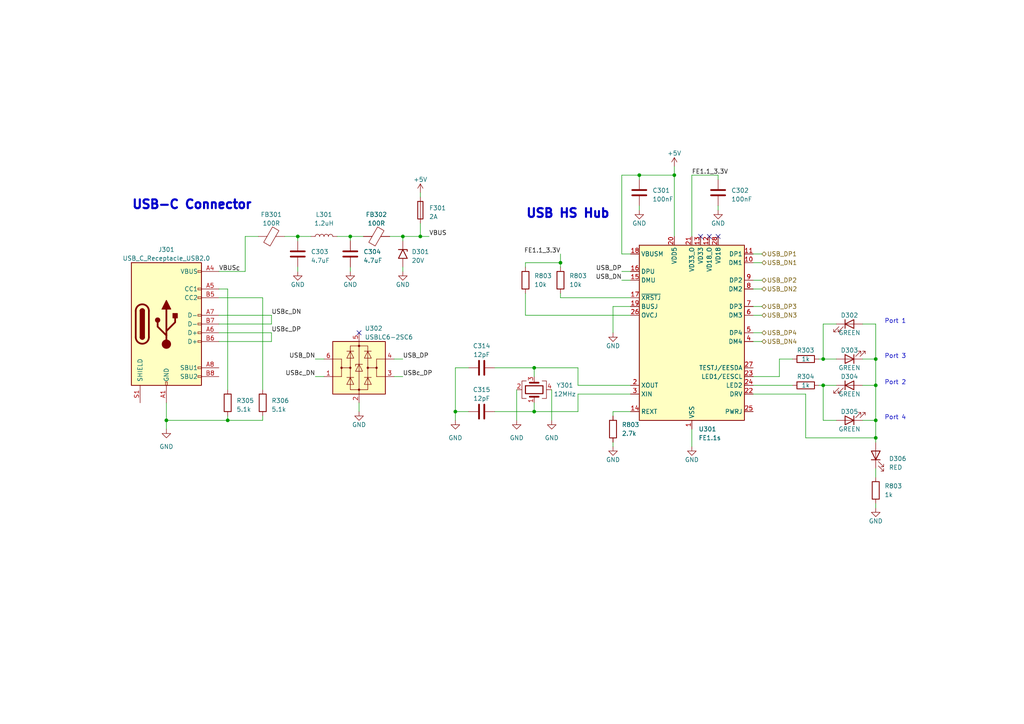
<source format=kicad_sch>
(kicad_sch (version 20230121) (generator eeschema)
  (paper "A4")
  (title_block (title "STM32 USB Audio Interface - USB") (date "2023-04-15") (rev "A"))
  (lib_symbols
    (symbol "Connector:USB_C_Receptacle_USB2.0" (pin_names (offset 1.016))
      (property "Reference" "J" (at -10.16 19.05 0))
      (property "Value" "USB_C_Receptacle_USB2.0" (at 19.05 19.05 0))
      (symbol "USB_C_Receptacle_USB2.0_0_0"
        (rectangle (start -0.254 -17.78) (end 0.254 -16.764))
        (rectangle (start 10.16 -14.986) (end 9.144 -15.494))
        (rectangle (start 10.16 -12.446) (end 9.144 -12.954))
        (rectangle (start 10.16 -4.826) (end 9.144 -5.334))
        (rectangle (start 10.16 -2.286) (end 9.144 -2.794))
        (rectangle (start 10.16 0.254) (end 9.144 -0.254))
        (rectangle (start 10.16 2.794) (end 9.144 2.286))
        (rectangle (start 10.16 7.874) (end 9.144 7.366))
        (rectangle (start 10.16 10.414) (end 9.144 9.906))
        (rectangle (start 10.16 15.494) (end 9.144 14.986))
      )
      (symbol "USB_C_Receptacle_USB2.0_0_1"
        (rectangle (start -10.16 17.78) (end 10.16 -17.78) (stroke (width 0.254)) (fill (type background)))
        (arc (start -8.89 -3.81) (mid -6.985 -5.7067) (end -5.08 -3.81) (stroke (width 0.508)))
        (arc (start -7.62 -3.81) (mid -6.985 -4.4423) (end -6.35 -3.81) (stroke (width 0.254)))
        (arc (start -7.62 -3.81) (mid -6.985 -4.4423) (end -6.35 -3.81) (stroke (width 0.254)) (fill (type outline)))
        (rectangle (start -7.62 -3.81) (end -6.35 3.81) (stroke (width 0.254)) (fill (type outline)))
        (arc (start -6.35 3.81) (mid -6.985 4.4423) (end -7.62 3.81) (stroke (width 0.254)))
        (arc (start -6.35 3.81) (mid -6.985 4.4423) (end -7.62 3.81) (stroke (width 0.254)) (fill (type outline)))
        (arc (start -5.08 3.81) (mid -6.985 5.7067) (end -8.89 3.81) (stroke (width 0.508)))
        (circle (center -2.54 1.143) (radius 0.635) (stroke (width 0.254)) (fill (type outline)))
        (circle (center 0 -5.842) (radius 1.27) (fill (type outline)))
        (polyline (pts (xy -8.89 -3.81) (xy -8.89 3.81)) (stroke (width 0.508)))
        (polyline (pts (xy -5.08 3.81) (xy -5.08 -3.81)) (stroke (width 0.508)))
        (polyline (pts (xy 0 -5.842) (xy 0 4.318)) (stroke (width 0.508)))
        (polyline (pts (xy 0 -3.302) (xy -2.54 -0.762) (xy -2.54 0.508)) (stroke (width 0.508)))
        (polyline (pts (xy 0 -2.032) (xy 2.54 0.508) (xy 2.54 1.778)) (stroke (width 0.508)))
        (polyline (pts (xy -1.27 4.318) (xy 0 6.858) (xy 1.27 4.318) (xy -1.27 4.318)) (stroke (width 0.254)) (fill (type outline)))
        (rectangle (start 1.905 1.778) (end 3.175 3.048) (stroke (width 0.254)) (fill (type outline)))
      )
      (symbol "USB_C_Receptacle_USB2.0_1_1"
        (pin passive line (at 0 -22.86 90) (length 5.08) (name "GND") (number "A1"))
        (pin passive line (at 0 -22.86 90) (length 5.08) hide (name "GND") (number "A12"))
        (pin passive line (at 15.24 15.24 180) (length 5.08) (name "VBUS") (number "A4"))
        (pin bidirectional line (at 15.24 10.16 180) (length 5.08) (name "CC1") (number "A5"))
        (pin bidirectional line (at 15.24 -2.54 180) (length 5.08) (name "D+") (number "A6"))
        (pin bidirectional line (at 15.24 2.54 180) (length 5.08) (name "D-") (number "A7"))
        (pin bidirectional line (at 15.24 -12.7 180) (length 5.08) (name "SBU1") (number "A8"))
        (pin passive line (at 15.24 15.24 180) (length 5.08) hide (name "VBUS") (number "A9"))
        (pin passive line (at 0 -22.86 90) (length 5.08) hide (name "GND") (number "B1"))
        (pin passive line (at 0 -22.86 90) (length 5.08) hide (name "GND") (number "B12"))
        (pin passive line (at 15.24 15.24 180) (length 5.08) hide (name "VBUS") (number "B4"))
        (pin bidirectional line (at 15.24 7.62 180) (length 5.08) (name "CC2") (number "B5"))
        (pin bidirectional line (at 15.24 -5.08 180) (length 5.08) (name "D+") (number "B6"))
        (pin bidirectional line (at 15.24 0 180) (length 5.08) (name "D-") (number "B7"))
        (pin bidirectional line (at 15.24 -15.24 180) (length 5.08) (name "SBU2") (number "B8"))
        (pin passive line (at 15.24 15.24 180) (length 5.08) hide (name "VBUS") (number "B9"))
        (pin passive line (at -7.62 -22.86 90) (length 5.08) (name "SHIELD") (number "S1"))
      )
    )
    (symbol "Device:C" (pin_numbers hide) (pin_names (offset 0.254))
      (property "Reference" "C" (at 0.635 2.54 0))
      (property "Value" "C" (at 0.635 -2.54 0))
      (symbol "C_0_1"
        (polyline (pts (xy -2.032 -0.762) (xy 2.032 -0.762)) (stroke (width 0.508)))
        (polyline (pts (xy -2.032 0.762) (xy 2.032 0.762)) (stroke (width 0.508)))
      )
      (symbol "C_1_1"
        (pin passive line (at 0 3.81 270) (length 2.794) (name "~") (number "1"))
        (pin passive line (at 0 -3.81 90) (length 2.794) (name "~") (number "2"))
      )
    )
    (symbol "Device:Crystal_GND24" (pin_names (offset 1.016) hide)
      (property "Reference" "Y" (at 3.175 5.08 0))
      (property "Value" "Crystal_GND24" (at 3.175 3.175 0))
      (symbol "Crystal_GND24_0_1"
        (rectangle (start -1.143 2.54) (end 1.143 -2.54) (stroke (width 0.3048)))
        (polyline (pts (xy -2.54 0) (xy -2.032 0)))
        (polyline (pts (xy -2.032 -1.27) (xy -2.032 1.27)) (stroke (width 0.508)))
        (polyline (pts (xy 0 -3.81) (xy 0 -3.556)))
        (polyline (pts (xy 0 3.556) (xy 0 3.81)))
        (polyline (pts (xy 2.032 -1.27) (xy 2.032 1.27)) (stroke (width 0.508)))
        (polyline (pts (xy 2.032 0) (xy 2.54 0)))
        (polyline (pts (xy -2.54 -2.286) (xy -2.54 -3.556) (xy 2.54 -3.556) (xy 2.54 -2.286)))
        (polyline (pts (xy -2.54 2.286) (xy -2.54 3.556) (xy 2.54 3.556) (xy 2.54 2.286)))
      )
      (symbol "Crystal_GND24_1_1"
        (pin passive line (at -3.81 0 0) (length 1.27) (name "1") (number "1"))
        (pin passive line (at 0 5.08 270) (length 1.27) (name "2") (number "2"))
        (pin passive line (at 3.81 0 180) (length 1.27) (name "3") (number "3"))
        (pin passive line (at 0 -5.08 90) (length 1.27) (name "4") (number "4"))
      )
    )
    (symbol "Device:FerriteBead" (pin_numbers hide) (pin_names (offset 0))
      (property "Reference" "FB" (at -3.81 0.635 90))
      (property "Value" "FerriteBead" (at 3.81 0 90))
      (symbol "FerriteBead_0_1"
        (polyline (pts (xy 0 -1.27) (xy 0 -1.2192)))
        (polyline (pts (xy 0 1.27) (xy 0 1.2954)))
        (polyline (pts (xy -2.7686 0.4064) (xy -1.7018 2.2606) (xy 2.7686 -0.3048) (xy 1.6764 -2.159) (xy -2.7686 0.4064)))
      )
      (symbol "FerriteBead_1_1"
        (pin passive line (at 0 3.81 270) (length 2.54) (name "~") (number "1"))
        (pin passive line (at 0 -3.81 90) (length 2.54) (name "~") (number "2"))
      )
    )
    (symbol "Device:Fuse" (pin_numbers hide) (pin_names (offset 0))
      (property "Reference" "F" (at 2.032 0 90))
      (property "Value" "Fuse" (at -1.905 0 90))
      (symbol "Fuse_0_1"
        (rectangle (start -0.762 -2.54) (end 0.762 2.54) (stroke (width 0.254)))
        (polyline (pts (xy 0 2.54) (xy 0 -2.54)))
      )
      (symbol "Fuse_1_1"
        (pin passive line (at 0 3.81 270) (length 1.27) (name "~") (number "1"))
        (pin passive line (at 0 -3.81 90) (length 1.27) (name "~") (number "2"))
      )
    )
    (symbol "Device:L" (pin_numbers hide) (pin_names (offset 1.016) hide)
      (property "Reference" "L" (at -1.27 0 90))
      (property "Value" "L" (at 1.905 0 90))
      (symbol "L_0_1"
        (arc (start 0 -2.54) (mid 0.6323 -1.905) (end 0 -1.27))
        (arc (start 0 -1.27) (mid 0.6323 -0.635) (end 0 0))
        (arc (start 0 0) (mid 0.6323 0.635) (end 0 1.27))
        (arc (start 0 1.27) (mid 0.6323 1.905) (end 0 2.54))
      )
      (symbol "L_1_1"
        (pin passive line (at 0 3.81 270) (length 1.27) (name "1") (number "1"))
        (pin passive line (at 0 -3.81 90) (length 1.27) (name "2") (number "2"))
      )
    )
    (symbol "Device:LED" (pin_numbers hide) (pin_names (offset 1.016) hide)
      (property "Reference" "D" (at 0 2.54 0))
      (property "Value" "LED" (at 0 -2.54 0))
      (symbol "LED_0_1"
        (polyline (pts (xy -1.27 -1.27) (xy -1.27 1.27)) (stroke (width 0.254)))
        (polyline (pts (xy -1.27 0) (xy 1.27 0)))
        (polyline (pts (xy 1.27 -1.27) (xy 1.27 1.27) (xy -1.27 0) (xy 1.27 -1.27)) (stroke (width 0.254)))
        (polyline (pts (xy -3.048 -0.762) (xy -4.572 -2.286) (xy -3.81 -2.286) (xy -4.572 -2.286) (xy -4.572 -1.524)))
        (polyline (pts (xy -1.778 -0.762) (xy -3.302 -2.286) (xy -2.54 -2.286) (xy -3.302 -2.286) (xy -3.302 -1.524)))
      )
      (symbol "LED_1_1"
        (pin passive line (at -3.81 0 0) (length 2.54) (name "K") (number "1"))
        (pin passive line (at 3.81 0 180) (length 2.54) (name "A") (number "2"))
      )
    )
    (symbol "Device:R" (pin_numbers hide) (pin_names (offset 0))
      (property "Reference" "R" (at 2.032 0 90))
      (property "Value" "R" (at 0 0 90))
      (symbol "R_0_1"
        (rectangle (start -1.016 -2.54) (end 1.016 2.54) (stroke (width 0.254)))
      )
      (symbol "R_1_1"
        (pin passive line (at 0 3.81 270) (length 1.27) (name "~") (number "1"))
        (pin passive line (at 0 -3.81 90) (length 1.27) (name "~") (number "2"))
      )
    )
    (symbol "Diode:SM6T22A" (pin_numbers hide) (pin_names (offset 1.016) hide)
      (property "Reference" "D" (at 0 2.54 0))
      (property "Value" "SM6T22A" (at 0 -2.54 0))
      (symbol "SM6T22A_0_1"
        (polyline (pts (xy -0.762 1.27) (xy -1.27 1.27) (xy -1.27 -1.27)) (stroke (width 0.254)))
        (polyline (pts (xy 1.27 1.27) (xy 1.27 -1.27) (xy -1.27 0) (xy 1.27 1.27)) (stroke (width 0.254)))
      )
      (symbol "SM6T22A_1_1"
        (pin passive line (at -3.81 0 0) (length 2.54) (name "A1") (number "1"))
        (pin passive line (at 3.81 0 180) (length 2.54) (name "A2") (number "2"))
      )
    )
    (symbol "GND_2" (power) (pin_names (offset 0))
      (property "Value" "GND_2" (at 0 -3.81 0))
      (symbol "GND_2_0_1"
        (polyline (pts (xy 0 0) (xy 0 -1.27) (xy 1.27 -1.27) (xy 0 -2.54) (xy -1.27 -1.27) (xy 0 -1.27)))
      )
      (symbol "GND_2_1_1"
        (pin power_in line (at 0 0 270) (length 0) hide (name "GND") (number "1"))
      )
    )
    (symbol "Interface_USB:FE1.1s"
      (property "Reference" "U" (at -11.43 26.67 0))
      (property "Value" "FE1.1s" (at 12.7 27.94 0))
      (symbol "FE1.1s_0_1"
        (rectangle (start -15.24 25.4) (end 15.24 -25.4) (stroke (width 0.254)) (fill (type background)))
      )
      (symbol "FE1.1s_1_1"
        (pin power_in line (at 0 -27.94 90) (length 2.54) (name "VSS") (number "1"))
        (pin bidirectional line (at 17.78 20.32 180) (length 2.54) (name "DM1") (number "10"))
        (pin bidirectional line (at 17.78 22.86 180) (length 2.54) (name "DP1") (number "11"))
        (pin power_out line (at 5.08 27.94 270) (length 2.54) (name "VD18_O") (number "12"))
        (pin power_in line (at 2.54 27.94 270) (length 2.54) (name "VD33") (number "13"))
        (pin passive line (at -17.78 -22.86 0) (length 2.54) (name "REXT") (number "14"))
        (pin bidirectional line (at -17.78 15.24 0) (length 2.54) (name "DMU") (number "15"))
        (pin bidirectional line (at -17.78 17.78 0) (length 2.54) (name "DPU") (number "16"))
        (pin input line (at -17.78 10.16 0) (length 2.54) (name "~{XRSTJ}") (number "17"))
        (pin input line (at -17.78 22.86 0) (length 2.54) (name "VBUSM") (number "18"))
        (pin input line (at -17.78 7.62 0) (length 2.54) (name "BUSJ") (number "19"))
        (pin output line (at -17.78 -15.24 0) (length 2.54) (name "XOUT") (number "2"))
        (pin power_in line (at -5.08 27.94 270) (length 2.54) (name "VDD5") (number "20"))
        (pin power_out line (at 0 27.94 270) (length 2.54) (name "VD33_O") (number "21"))
        (pin bidirectional line (at 17.78 -17.78 180) (length 2.54) (name "DRV") (number "22"))
        (pin bidirectional line (at 17.78 -12.7 180) (length 2.54) (name "LED1/EESCL") (number "23"))
        (pin bidirectional line (at 17.78 -15.24 180) (length 2.54) (name "LED2") (number "24"))
        (pin output line (at 17.78 -22.86 180) (length 2.54) (name "PWRJ") (number "25"))
        (pin input line (at -17.78 5.08 0) (length 2.54) (name "OVCJ") (number "26"))
        (pin bidirectional line (at 17.78 -10.16 180) (length 2.54) (name "TESTJ/EESDA") (number "27"))
        (pin power_in line (at 7.62 27.94 270) (length 2.54) (name "VD18") (number "28"))
        (pin input line (at -17.78 -17.78 0) (length 2.54) (name "XIN") (number "3"))
        (pin bidirectional line (at 17.78 -2.54 180) (length 2.54) (name "DM4") (number "4"))
        (pin bidirectional line (at 17.78 0 180) (length 2.54) (name "DP4") (number "5"))
        (pin bidirectional line (at 17.78 5.08 180) (length 2.54) (name "DM3") (number "6"))
        (pin bidirectional line (at 17.78 7.62 180) (length 2.54) (name "DP3") (number "7"))
        (pin bidirectional line (at 17.78 12.7 180) (length 2.54) (name "DM2") (number "8"))
        (pin bidirectional line (at 17.78 15.24 180) (length 2.54) (name "DP2") (number "9"))
      )
    )
    (symbol "Power_Protection:USBLC6-2SC6" (pin_names hide)
      (property "Reference" "U" (at 2.54 8.89 0))
      (property "Value" "USBLC6-2SC6" (at 2.54 -8.89 0))
      (symbol "USBLC6-2SC6_0_1"
        (rectangle (start -7.62 -7.62) (end 7.62 7.62) (stroke (width 0.254)) (fill (type background)))
        (circle (center -5.08 0) (radius 0.254) (fill (type outline)))
        (circle (center -2.54 0) (radius 0.254) (fill (type outline)))
        (rectangle (start -2.54 6.35) (end 2.54 -6.35))
        (circle (center 0 -6.35) (radius 0.254) (fill (type outline)))
        (polyline (pts (xy -5.08 -2.54) (xy -7.62 -2.54)))
        (polyline (pts (xy -5.08 0) (xy -5.08 -2.54)))
        (polyline (pts (xy -5.08 2.54) (xy -7.62 2.54)))
        (polyline (pts (xy -1.524 -2.794) (xy -3.556 -2.794)))
        (polyline (pts (xy -1.524 4.826) (xy -3.556 4.826)))
        (polyline (pts (xy 0 -7.62) (xy 0 -6.35)))
        (polyline (pts (xy 0 -6.35) (xy 0 1.27)))
        (polyline (pts (xy 0 1.27) (xy 0 6.35)))
        (polyline (pts (xy 0 6.35) (xy 0 7.62)))
        (polyline (pts (xy 1.524 -2.794) (xy 3.556 -2.794)))
        (polyline (pts (xy 1.524 4.826) (xy 3.556 4.826)))
        (polyline (pts (xy 5.08 -2.54) (xy 7.62 -2.54)))
        (polyline (pts (xy 5.08 0) (xy 5.08 -2.54)))
        (polyline (pts (xy 5.08 2.54) (xy 7.62 2.54)))
        (polyline (pts (xy -2.54 0) (xy -5.08 0) (xy -5.08 2.54)))
        (polyline (pts (xy 2.54 0) (xy 5.08 0) (xy 5.08 2.54)))
        (polyline (pts (xy -3.556 -4.826) (xy -1.524 -4.826) (xy -2.54 -2.794) (xy -3.556 -4.826)))
        (polyline (pts (xy -3.556 2.794) (xy -1.524 2.794) (xy -2.54 4.826) (xy -3.556 2.794)))
        (polyline (pts (xy -1.016 -1.016) (xy 1.016 -1.016) (xy 0 1.016) (xy -1.016 -1.016)))
        (polyline (pts (xy 1.016 1.016) (xy 0.762 1.016) (xy -1.016 1.016) (xy -1.016 0.508)))
        (polyline (pts (xy 3.556 -4.826) (xy 1.524 -4.826) (xy 2.54 -2.794) (xy 3.556 -4.826)))
        (polyline (pts (xy 3.556 2.794) (xy 1.524 2.794) (xy 2.54 4.826) (xy 3.556 2.794)))
        (circle (center 0 6.35) (radius 0.254) (fill (type outline)))
        (circle (center 2.54 0) (radius 0.254) (fill (type outline)))
        (circle (center 5.08 0) (radius 0.254) (fill (type outline)))
      )
      (symbol "USBLC6-2SC6_1_1"
        (pin passive line (at -10.16 -2.54 0) (length 2.54) (name "I/O1") (number "1"))
        (pin passive line (at 0 -10.16 90) (length 2.54) (name "GND") (number "2"))
        (pin passive line (at 10.16 -2.54 180) (length 2.54) (name "I/O2") (number "3"))
        (pin passive line (at 10.16 2.54 180) (length 2.54) (name "I/O2") (number "4"))
        (pin passive line (at 0 10.16 270) (length 2.54) (name "VBUS") (number "5"))
        (pin passive line (at -10.16 2.54 0) (length 2.54) (name "I/O1") (number "6"))
      )
    )
    (symbol "power:+5V" (power) (pin_names (offset 0))
      (property "Value" "+5V" (at 0 3.556 0))
      (symbol "+5V_0_1"
        (polyline (pts (xy -0.762 1.27) (xy 0 2.54)))
        (polyline (pts (xy 0 0) (xy 0 2.54)))
        (polyline (pts (xy 0 2.54) (xy 0.762 1.27)))
      )
      (symbol "+5V_1_1"
        (pin power_in line (at 0 0 90) (length 0) hide (name "+5V") (number "1"))
      )
    )
    (symbol "power:GND" (power) (pin_names (offset 0))
      (property "Value" "GND" (at 0 -3.81 0))
      (symbol "GND_0_1"
        (polyline (pts (xy 0 0) (xy 0 -1.27) (xy 1.27 -1.27) (xy 0 -2.54) (xy -1.27 -1.27) (xy 0 -1.27)))
      )
      (symbol "GND_1_1"
        (pin power_in line (at 0 0 270) (length 0) hide (name "GND") (number "1"))
      )
    )
  )
  (junction (at 185.42 50.8))
  (junction (at 195.58 50.8))
  (junction (at 66.04 121.92))
  (junction (at 162.56 76.2))
  (junction (at 254 127))
  (junction (at 86.36 68.58))
  (junction (at 254 111.76))
  (junction (at 238.76 111.76))
  (junction (at 254 104.14))
  (junction (at 154.94 119.38))
  (junction (at 116.84 68.58))
  (junction (at 254 121.92))
  (junction (at 154.94 106.68))
  (junction (at 238.76 104.14))
  (junction (at 121.92 68.58))
  (junction (at 101.6 68.58))
  (junction (at 48.26 121.92))
  (junction (at 132.08 119.38))
  (no_connect (at 203.2 68.58))
  (no_connect (at 205.74 68.58))
  (no_connect (at 208.28 68.58))
  (no_connect (at 104.14 96.52))
  (wire (pts (xy 185.42 50.8) (xy 180.34 50.8)))
  (wire (pts (xy 195.58 50.8) (xy 195.58 68.58)))
  (wire (pts (xy 177.8 119.38) (xy 182.88 119.38)))
  (wire (pts (xy 182.88 114.3) (xy 167.64 114.3)))
  (wire (pts (xy 167.64 114.3) (xy 167.64 119.38)))
  (wire (pts (xy 86.36 68.58) (xy 90.17 68.58)))
  (wire (pts (xy 254 111.76) (xy 254 121.92)))
  (wire (pts (xy 226.06 104.14) (xy 229.87 104.14)))
  (wire (pts (xy 104.14 116.84) (xy 104.14 119.38)))
  (wire (pts (xy 82.55 68.58) (xy 86.36 68.58)))
  (wire (pts (xy 116.84 77.47) (xy 116.84 78.74)))
  (wire (pts (xy 101.6 68.58) (xy 105.41 68.58)))
  (wire (pts (xy 154.94 106.68) (xy 167.64 106.68)))
  (wire (pts (xy 121.92 68.58) (xy 124.46 68.58)))
  (wire (pts (xy 254 121.92) (xy 254 127)))
  (wire (pts (xy 154.94 116.84) (xy 154.94 119.38)))
  (wire (pts (xy 238.76 93.98) (xy 238.76 104.14)))
  (wire (pts (xy 177.8 128.27) (xy 177.8 129.54)))
  (wire (pts (xy 185.42 50.8) (xy 195.58 50.8)))
  (wire (pts (xy 143.51 119.38) (xy 154.94 119.38)))
  (wire (pts (xy 101.6 69.85) (xy 101.6 68.58)))
  (wire (pts (xy 208.28 59.69) (xy 208.28 60.96)))
  (wire (pts (xy 76.2 86.36) (xy 76.2 113.03)))
  (wire (pts (xy 48.26 116.84) (xy 48.26 121.92)))
  (wire (pts (xy 63.5 86.36) (xy 76.2 86.36)))
  (wire (pts (xy 200.66 124.46) (xy 200.66 129.54)))
  (wire (pts (xy 149.86 121.92) (xy 149.86 113.03)))
  (wire (pts (xy 195.58 48.26) (xy 195.58 50.8)))
  (wire (pts (xy 226.06 109.22) (xy 226.06 104.14)))
  (wire (pts (xy 242.57 111.76) (xy 238.76 111.76)))
  (wire (pts (xy 71.12 68.58) (xy 74.93 68.58)))
  (wire (pts (xy 254 127) (xy 233.68 127)))
  (wire (pts (xy 254 138.43) (xy 254 135.89)))
  (wire (pts (xy 162.56 76.2) (xy 162.56 77.47)))
  (wire (pts (xy 86.36 77.47) (xy 86.36 78.74)))
  (wire (pts (xy 220.98 96.52) (xy 218.44 96.52)))
  (wire (pts (xy 220.98 83.82) (xy 218.44 83.82)))
  (wire (pts (xy 237.49 111.76) (xy 238.76 111.76)))
  (wire (pts (xy 200.66 50.8) (xy 208.28 50.8)))
  (wire (pts (xy 152.4 76.2) (xy 152.4 77.47)))
  (wire (pts (xy 185.42 50.8) (xy 185.42 52.07)))
  (wire (pts (xy 218.44 111.76) (xy 229.87 111.76)))
  (wire (pts (xy 167.64 106.68) (xy 167.64 111.76)))
  (wire (pts (xy 162.56 73.66) (xy 162.56 76.2)))
  (wire (pts (xy 233.68 127) (xy 233.68 114.3)))
  (wire (pts (xy 48.26 121.92) (xy 48.26 124.46)))
  (wire (pts (xy 237.49 104.14) (xy 238.76 104.14)))
  (wire (pts (xy 66.04 113.03) (xy 66.04 83.82)))
  (wire (pts (xy 132.08 119.38) (xy 135.89 119.38)))
  (wire (pts (xy 132.08 121.92) (xy 132.08 119.38)))
  (wire (pts (xy 91.44 104.14) (xy 93.98 104.14)))
  (wire (pts (xy 121.92 55.88) (xy 121.92 57.15)))
  (wire (pts (xy 114.3 104.14) (xy 116.84 104.14)))
  (wire (pts (xy 254 121.92) (xy 250.19 121.92)))
  (wire (pts (xy 48.26 121.92) (xy 66.04 121.92)))
  (wire (pts (xy 220.98 91.44) (xy 218.44 91.44)))
  (wire (pts (xy 66.04 83.82) (xy 63.5 83.82)))
  (wire (pts (xy 220.98 88.9) (xy 218.44 88.9)))
  (wire (pts (xy 242.57 93.98) (xy 238.76 93.98)))
  (wire (pts (xy 116.84 68.58) (xy 113.03 68.58)))
  (wire (pts (xy 78.74 96.52) (xy 78.74 99.06)))
  (wire (pts (xy 63.5 99.06) (xy 78.74 99.06)))
  (wire (pts (xy 116.84 68.58) (xy 121.92 68.58)))
  (wire (pts (xy 254 93.98) (xy 254 104.14)))
  (wire (pts (xy 208.28 50.8) (xy 208.28 52.07)))
  (wire (pts (xy 76.2 120.65) (xy 76.2 121.92)))
  (wire (pts (xy 250.19 93.98) (xy 254 93.98)))
  (wire (pts (xy 154.94 119.38) (xy 167.64 119.38)))
  (wire (pts (xy 121.92 64.77) (xy 121.92 68.58)))
  (wire (pts (xy 185.42 59.69) (xy 185.42 60.96)))
  (wire (pts (xy 101.6 68.58) (xy 97.79 68.58)))
  (wire (pts (xy 220.98 73.66) (xy 218.44 73.66)))
  (wire (pts (xy 63.5 78.74) (xy 71.12 78.74)))
  (wire (pts (xy 182.88 86.36) (xy 162.56 86.36)))
  (wire (pts (xy 180.34 50.8) (xy 180.34 73.66)))
  (wire (pts (xy 254 104.14) (xy 254 111.76)))
  (wire (pts (xy 218.44 109.22) (xy 226.06 109.22)))
  (wire (pts (xy 180.34 73.66) (xy 182.88 73.66)))
  (wire (pts (xy 116.84 69.85) (xy 116.84 68.58)))
  (wire (pts (xy 238.76 104.14) (xy 242.57 104.14)))
  (wire (pts (xy 254 104.14) (xy 250.19 104.14)))
  (wire (pts (xy 238.76 111.76) (xy 238.76 121.92)))
  (wire (pts (xy 78.74 91.44) (xy 78.74 93.98)))
  (wire (pts (xy 254 147.32) (xy 254 146.05)))
  (wire (pts (xy 154.94 109.22) (xy 154.94 106.68)))
  (wire (pts (xy 162.56 86.36) (xy 162.56 85.09)))
  (wire (pts (xy 220.98 99.06) (xy 218.44 99.06)))
  (wire (pts (xy 180.34 81.28) (xy 182.88 81.28)))
  (wire (pts (xy 220.98 76.2) (xy 218.44 76.2)))
  (wire (pts (xy 218.44 114.3) (xy 233.68 114.3)))
  (wire (pts (xy 101.6 77.47) (xy 101.6 78.74)))
  (wire (pts (xy 86.36 68.58) (xy 86.36 69.85)))
  (wire (pts (xy 143.51 106.68) (xy 154.94 106.68)))
  (wire (pts (xy 160.02 113.03) (xy 160.02 121.92)))
  (wire (pts (xy 71.12 78.74) (xy 71.12 68.58)))
  (wire (pts (xy 91.44 109.22) (xy 93.98 109.22)))
  (wire (pts (xy 162.56 76.2) (xy 152.4 76.2)))
  (wire (pts (xy 66.04 120.65) (xy 66.04 121.92)))
  (wire (pts (xy 167.64 111.76) (xy 182.88 111.76)))
  (wire (pts (xy 63.5 91.44) (xy 78.74 91.44)))
  (wire (pts (xy 132.08 119.38) (xy 132.08 106.68)))
  (wire (pts (xy 114.3 109.22) (xy 116.84 109.22)))
  (wire (pts (xy 78.74 96.52) (xy 63.5 96.52)))
  (wire (pts (xy 182.88 91.44) (xy 152.4 91.44)))
  (wire (pts (xy 200.66 68.58) (xy 200.66 50.8)))
  (wire (pts (xy 220.98 81.28) (xy 218.44 81.28)))
  (wire (pts (xy 66.04 121.92) (xy 76.2 121.92)))
  (wire (pts (xy 132.08 106.68) (xy 135.89 106.68)))
  (wire (pts (xy 177.8 119.38) (xy 177.8 120.65)))
  (wire (pts (xy 254 127) (xy 254 128.27)))
  (wire (pts (xy 182.88 88.9) (xy 177.8 88.9)))
  (wire (pts (xy 238.76 121.92) (xy 242.57 121.92)))
  (wire (pts (xy 180.34 78.74) (xy 182.88 78.74)))
  (wire (pts (xy 177.8 88.9) (xy 177.8 96.52)))
  (wire (pts (xy 63.5 93.98) (xy 78.74 93.98)))
  (wire (pts (xy 250.19 111.76) (xy 254 111.76)))
  (wire (pts (xy 152.4 91.44) (xy 152.4 85.09)))
  (text "Port 3" (at 256.54 104.14 0) (effects (font (size 1.27 1.27)) (justify left bottom)))
  (text "USB-C Connector" (at 38.1 60.96 0) (effects (font (size 2.54 2.54) (thickness 0.6) bold) (justify left bottom)))
  (text "USB HS Hub" (at 152.4 63.5 0) (effects (font (size 2.54 2.54) (thickness 0.6) bold) (justify left bottom)))
  (text "Port 2" (at 256.54 111.76 0) (effects (font (size 1.27 1.27)) (justify left bottom)))
  (text "Port 1" (at 256.54 93.98 0) (effects (font (size 1.27 1.27)) (justify left bottom)))
  (text "Port 4" (at 256.54 121.92 0) (effects (font (size 1.27 1.27)) (justify left bottom)))
  (label "USB_DP" (at 116.84 104.14 0))
  (label "FE1.1_3.3V" (at 200.66 50.8 0))
  (label "FE1.1_3.3V" (at 162.56 73.66 180))
  (label "USBc_DN" (at 78.74 91.44 0))
  (label "USBc_DP" (at 116.84 109.22 0))
  (label "USBc_DN" (at 91.44 109.22 180))
  (label "VBUS" (at 124.46 68.58 0))
  (label "VBUS_{C}" (at 63.5 78.74 0))
  (label "USBc_DP" (at 78.74 96.52 0))
  (label "USB_DP" (at 180.34 78.74 180))
  (label "USB_DN" (at 91.44 104.14 180))
  (label "USB_DN" (at 180.34 81.28 180))
  (hierarchical_label "USB_DP1" (shape bidirectional) (at 220.98 73.66 0))
  (hierarchical_label "USB_DN4" (shape bidirectional) (at 220.98 99.06 0))
  (hierarchical_label "USB_DP4" (shape bidirectional) (at 220.98 96.52 0))
  (hierarchical_label "USB_DP2" (shape bidirectional) (at 220.98 81.28 0))
  (hierarchical_label "USB_DN2" (shape bidirectional) (at 220.98 83.82 0))
  (hierarchical_label "USB_DN3" (shape bidirectional) (at 220.98 91.44 0))
  (hierarchical_label "USB_DP3" (shape bidirectional) (at 220.98 88.9 0))
  (hierarchical_label "USB_DN1" (shape bidirectional) (at 220.98 76.2 0))
  (symbol (lib_id "power:GND") (at 116.84 78.74 0) (unit 1)
    (property "Reference" "#PWR0307" (effects hide))
    (property "Value" "GND" (at 116.84 82.55 0))
  )
  (symbol (lib_id "Device:R") (at 76.2 116.84 0) (unit 1)
    (property "Reference" "R306" (at 78.74 116.205 0) (effects (justify left)))
    (property "Value" "5.1k" (at 78.74 118.745 0) (effects (justify left)))
    (property "Footprint" "Resistor_SMD:R_0402_1005Metric" (effects hide))
  )
  (symbol (lib_id "Device:LED") (at 246.38 104.14 180) (unit 1)
    (property "Reference" "D303" (at 246.38 101.6 0))
    (property "Value" "GREEN" (at 246.38 106.68 0))
    (property "Footprint" "LED_SMD:LED_0603_1608Metric" (effects hide))
  )
  (symbol (lib_id "power:GND") (at 208.28 60.96 0) (unit 1)
    (property "Reference" "#PWR0304" (effects hide))
    (property "Value" "GND" (at 208.28 64.77 0))
  )
  (symbol (lib_id "Device:FerriteBead") (at 109.22 68.58 90) (unit 1)
    (property "Reference" "FB302" (at 109.1692 62.23 90))
    (property "Value" "100R" (at 109.1692 64.77 90))
    (property "Footprint" "Inductor_SMD:L_0805_2012Metric" (effects hide))
  )
  (symbol (lib_id "Diode:SM6T22A") (at 116.84 73.66 270) (unit 1)
    (property "Reference" "D301" (at 119.38 73.025 90) (effects (justify left)))
    (property "Value" "20V" (at 119.38 75.565 90) (effects (justify left)))
    (property "Footprint" "Diode_SMD:D_SOD-123F" (effects hide))
  )
  (symbol (lib_id "power:GND") (at 160.02 121.92 0) (unit 1)
    (property "Reference" "#PWR0318" (effects hide))
    (property "Value" "GND" (at 160.02 127 0))
    (instances (project "Quad_RAK3172_Board" (path "" (reference "#PWR0318") (unit 1))) (project "STM32-USB-Audio-Board" (path "" (reference "#PWR0218") (unit 1)) (path "" (reference "#PWR0312") (unit 1))))
  )
  (symbol (lib_id "power:GND") (at 185.42 60.96 0) (unit 1)
    (property "Reference" "#PWR0303" (effects hide))
    (property "Value" "GND" (at 185.42 64.77 0))
  )
  (symbol (lib_id "power:GND") (at 104.14 119.38 0) (unit 1)
    (property "Reference" "#PWR0309" (effects hide))
    (property "Value" "GND" (at 104.14 123.19 0))
  )
  (symbol (lib_id "Device:C") (at 185.42 55.88 0) (unit 1)
    (property "Reference" "C301" (at 189.23 55.245 0) (effects (justify left)))
    (property "Value" "100nF" (at 189.23 57.785 0) (effects (justify left)))
    (property "Footprint" "Capacitor_SMD:C_0402_1005Metric" (effects hide))
  )
  (symbol (lib_id "Interface_USB:FE1.1s") (at 200.66 96.52 0) (unit 1)
    (property "Reference" "U301" (at 202.6159 124.46 0) (effects (justify left)))
    (property "Value" "FE1.1s" (at 202.6159 127 0) (effects (justify left)))
    (property "Footprint" "Package_SO:SSOP-28_3.9x9.9mm_P0.635mm" (effects hide))
    (property "Datasheet" "https://cdn-shop.adafruit.com/product-files/2991/FE1.1s+Data+Sheet+(Rev.+1.0).pdf" (effects hide))
  )
  (symbol (lib_id "power:GND") (at 86.36 78.74 0) (unit 1)
    (property "Reference" "#PWR0305" (effects hide))
    (property "Value" "GND" (at 86.36 82.55 0))
  )
  (symbol (lib_id "Device:C") (at 86.36 73.66 0) (unit 1)
    (property "Reference" "C303" (at 90.17 73.025 0) (effects (justify left)))
    (property "Value" "4.7uF" (at 90.17 75.565 0) (effects (justify left)))
    (property "Footprint" "Capacitor_SMD:C_0603_1608Metric" (effects hide))
  )
  (symbol (lib_id "Device:R") (at 233.68 104.14 90) (unit 1)
    (property "Reference" "R303" (at 233.68 101.6 90))
    (property "Value" "1k" (at 233.68 104.14 90))
    (property "Footprint" "Resistor_SMD:R_0402_1005Metric" (effects hide))
  )
  (symbol (lib_id "Device:R") (at 66.04 116.84 0) (unit 1)
    (property "Reference" "R305" (at 68.58 116.205 0) (effects (justify left)))
    (property "Value" "5.1k" (at 68.58 118.745 0) (effects (justify left)))
    (property "Footprint" "Resistor_SMD:R_0402_1005Metric" (effects hide))
  )
  (symbol (lib_id "Device:R") (at 152.4 81.28 0) (unit 1)
    (property "Reference" "R803" (at 154.94 80.01 0) (effects (justify left)))
    (property "Value" "10k" (at 154.94 82.55 0) (effects (justify left)))
    (property "Footprint" "Resistor_SMD:R_0402_1005Metric" (effects hide))
    (instances (project "Quad_RAK3172_Board" (path "" (reference "R803") (unit 1)) (path "" (reference "R205") (unit 1))) (project "pico-swd-programmer" (path "" (reference "R306") (unit 1))) (project "STM32-USB-Audio-Board" (path "" (reference "R301") (unit 1))) (project "RAK3172-M.2-2230-Mod" (path "" (reference "R404") (unit 1))))
  )
  (symbol (lib_id "Device:R") (at 177.8 124.46 0) (unit 1)
    (property "Reference" "R803" (at 180.34 123.19 0) (effects (justify left)))
    (property "Value" "2.7k" (at 180.34 125.73 0) (effects (justify left)))
    (property "Footprint" "Resistor_SMD:R_0402_1005Metric" (effects hide))
    (instances (project "Quad_RAK3172_Board" (path "" (reference "R803") (unit 1)) (path "" (reference "R205") (unit 1))) (project "pico-swd-programmer" (path "" (reference "R306") (unit 1))) (project "STM32-USB-Audio-Board" (path "" (reference "R307") (unit 1))) (project "RAK3172-M.2-2230-Mod" (path "" (reference "R404") (unit 1))))
  )
  (symbol (lib_id "power:+5V") (at 121.92 55.88 0) (unit 1)
    (property "Reference" "#PWR0302" (effects hide))
    (property "Value" "+5V" (at 121.92 52.07 0))
  )
  (symbol (lib_id "Device:L") (at 93.98 68.58 90) (unit 1)
    (property "Reference" "L301" (at 93.98 62.23 90))
    (property "Value" "1.2uH" (at 93.98 64.77 90))
    (property "Footprint" "Inductor_SMD:L_0805_2012Metric" (effects hide))
  )
  (symbol (lib_id "Device:C") (at 139.7 106.68 90) (unit 1)
    (property "Reference" "C314" (at 139.7 100.33 90))
    (property "Value" "12pF" (at 139.7 102.87 90))
    (property "Footprint" "Capacitor_SMD:C_0402_1005Metric" (effects hide))
    (instances (project "Quad_RAK3172_Board" (path "" (reference "C314") (unit 1))) (project "STM32-USB-Audio-Board" (path "" (reference "C214") (unit 1)) (path "" (reference "C305") (unit 1))))
  )
  (symbol (lib_id "Device:Crystal_GND24") (at 154.94 113.03 90) (unit 1)
    (property "Reference" "Y301" (at 163.83 111.76 90))
    (property "Value" "12MHz" (at 163.83 114.3 90))
    (property "Footprint" "Crystal:Crystal_SMD_2016-4Pin_2.0x1.6mm" (effects hide))
    (instances (project "Quad_RAK3172_Board" (path "" (reference "Y301") (unit 1))) (project "STM32-USB-Audio-Board" (path "" (reference "Y201") (unit 1)) (path "" (reference "Y301") (unit 1))))
  )
  (symbol (lib_id "power:+5V") (at 195.58 48.26 0) (unit 1)
    (property "Reference" "#PWR0301" (effects hide))
    (property "Value" "+5V" (at 195.58 44.45 0))
  )
  (symbol (lib_id "Device:LED") (at 246.38 121.92 180) (unit 1)
    (property "Reference" "D305" (at 246.38 119.38 0))
    (property "Value" "GREEN" (at 246.38 124.46 0))
    (property "Footprint" "LED_SMD:LED_0603_1608Metric" (effects hide))
  )
  (symbol (lib_id "power:GND") (at 132.08 121.92 0) (unit 1)
    (property "Reference" "#PWR0316" (effects hide))
    (property "Value" "GND" (at 132.08 127 0))
    (instances (project "Quad_RAK3172_Board" (path "" (reference "#PWR0316") (unit 1))) (project "STM32-USB-Audio-Board" (path "" (reference "#PWR0216") (unit 1)) (path "" (reference "#PWR0310") (unit 1))))
  )
  (symbol (lib_id "Device:Fuse") (at 121.92 60.96 0) (unit 1)
    (property "Reference" "F301" (at 124.46 60.325 0) (effects (justify left)))
    (property "Value" "2A" (at 124.46 62.865 0) (effects (justify left)))
    (property "Footprint" "Fuse:Fuse_1812_4532Metric" (effects hide))
  )
  (symbol (lib_id "Device:R") (at 162.56 81.28 0) (unit 1)
    (property "Reference" "R803" (at 165.1 80.01 0) (effects (justify left)))
    (property "Value" "10k" (at 165.1 82.55 0) (effects (justify left)))
    (property "Footprint" "Resistor_SMD:R_0402_1005Metric" (effects hide))
    (instances (project "Quad_RAK3172_Board" (path "" (reference "R803") (unit 1)) (path "" (reference "R205") (unit 1))) (project "pico-swd-programmer" (path "" (reference "R306") (unit 1))) (project "STM32-USB-Audio-Board" (path "" (reference "R302") (unit 1))) (project "RAK3172-M.2-2230-Mod" (path "" (reference "R404") (unit 1))))
  )
  (symbol (lib_id "Connector:USB_C_Receptacle_USB2.0") (at 48.26 93.98 0) (unit 1)
    (property "Reference" "J301" (at 48.26 72.39 0))
    (property "Value" "USB_C_Receptacle_USB2.0" (at 48.26 74.93 0))
    (property "Footprint" "MyLibrary:USB_C_Receptacle_HRO_TYPE-C-31-M-12" (effects hide))
    (property "Datasheet" "https://www.usb.org/sites/default/files/documents/usb_type-c.zip" (effects hide))
  )
  (symbol (lib_id "Device:C") (at 208.28 55.88 0) (unit 1)
    (property "Reference" "C302" (at 212.09 55.245 0) (effects (justify left)))
    (property "Value" "100nF" (at 212.09 57.785 0) (effects (justify left)))
    (property "Footprint" "Capacitor_SMD:C_0402_1005Metric" (effects hide))
  )
  (symbol (lib_id "Device:LED") (at 246.38 93.98 0) (unit 1)
    (property "Reference" "D302" (at 246.38 91.44 0))
    (property "Value" "GREEN" (at 246.38 96.52 0))
    (property "Footprint" "LED_SMD:LED_0603_1608Metric" (effects hide))
  )
  (symbol (lib_id "Device:FerriteBead") (at 78.74 68.58 90) (unit 1)
    (property "Reference" "FB301" (at 78.6892 62.23 90))
    (property "Value" "100R" (at 78.6892 64.77 90))
    (property "Footprint" "Inductor_SMD:L_0805_2012Metric" (effects hide))
  )
  (symbol (lib_id "power:GND") (at 200.66 129.54 0) (unit 1)
    (property "Reference" "#PWR0315" (effects hide))
    (property "Value" "GND" (at 200.66 133.35 0))
  )
  (symbol (lib_id "Power_Protection:USBLC6-2SC6") (at 104.14 106.68 0) (unit 1)
    (property "Reference" "U302" (at 105.7911 95.25 0) (effects (justify left)))
    (property "Value" "USBLC6-2SC6" (at 105.7911 97.79 0) (effects (justify left)))
    (property "Footprint" "Package_TO_SOT_SMD:SOT-23-6" (effects hide))
    (property "Datasheet" "https://www.st.com/resource/en/datasheet/usblc6-2.pdf" (effects hide))
  )
  (symbol (lib_id "Device:R") (at 233.68 111.76 90) (unit 1)
    (property "Reference" "R304" (at 233.68 109.22 90))
    (property "Value" "1k" (at 233.68 111.76 90))
    (property "Footprint" "Resistor_SMD:R_0402_1005Metric" (effects hide))
  )
  (symbol (lib_id "power:GND") (at 48.26 124.46 0) (unit 1)
    (property "Reference" "#PWR0313" (effects hide))
    (property "Value" "GND" (at 48.26 129.54 0))
  )
  (symbol (lib_id "Device:LED") (at 254 132.08 90) (unit 1)
    (property "Reference" "D306" (at 257.81 133.0325 90) (effects (justify right)))
    (property "Value" "RED" (at 257.81 135.5725 90) (effects (justify right)))
    (property "Footprint" "LED_SMD:LED_0603_1608Metric" (effects hide))
  )
  (symbol (lib_id "Device:R") (at 254 142.24 0) (unit 1)
    (property "Reference" "R803" (at 256.54 140.97 0) (effects (justify left)))
    (property "Value" "1k" (at 256.54 143.51 0) (effects (justify left)))
    (property "Footprint" "Resistor_SMD:R_0402_1005Metric" (effects hide))
    (instances (project "Quad_RAK3172_Board" (path "" (reference "R803") (unit 1)) (path "" (reference "R205") (unit 1))) (project "pico-swd-programmer" (path "" (reference "R306") (unit 1))) (project "STM32-USB-Audio-Board" (path "" (reference "R308") (unit 1))) (project "RAK3172-M.2-2230-Mod" (path "" (reference "R404") (unit 1))))
  )
  (symbol (lib_id "Device:C") (at 101.6 73.66 0) (unit 1)
    (property "Reference" "C304" (at 105.41 73.025 0) (effects (justify left)))
    (property "Value" "4.7uF" (at 105.41 75.565 0) (effects (justify left)))
    (property "Footprint" "Capacitor_SMD:C_0603_1608Metric" (effects hide))
  )
  (symbol (lib_id "power:GND") (at 101.6 78.74 0) (unit 1)
    (property "Reference" "#PWR0306" (effects hide))
    (property "Value" "GND" (at 101.6 82.55 0))
  )
  (symbol (lib_name "GND_2") (lib_id "power:GND") (at 177.8 96.52 0) (unit 1)
    (property "Reference" "#PWR0804" (effects hide))
    (property "Value" "GND" (at 177.8 100.33 0))
    (instances (project "Quad_RAK3172_Board" (path "" (reference "#PWR0804") (unit 1)) (path "" (reference "#PWR0208") (unit 1))) (project "pico-swd-programmer" (path "" (reference "#PWR0308") (unit 1))) (project "STM32-USB-Audio-Board" (path "" (reference "#PWR0308") (unit 1))) (project "RAK3172-M.2-2230-Mod" (path "" (reference "#PWR0405") (unit 1))))
  )
  (symbol (lib_name "GND_2") (lib_id "power:GND") (at 254 147.32 0) (unit 1)
    (property "Reference" "#PWR0804" (effects hide))
    (property "Value" "GND" (at 254 151.13 0))
    (instances (project "Quad_RAK3172_Board" (path "" (reference "#PWR0804") (unit 1)) (path "" (reference "#PWR0208") (unit 1))) (project "pico-swd-programmer" (path "" (reference "#PWR0308") (unit 1))) (project "STM32-USB-Audio-Board" (path "" (reference "#PWR0316") (unit 1))) (project "RAK3172-M.2-2230-Mod" (path "" (reference "#PWR0405") (unit 1))))
  )
  (symbol (lib_id "Device:C") (at 139.7 119.38 90) (unit 1)
    (property "Reference" "C315" (at 139.7 113.03 90))
    (property "Value" "12pF" (at 139.7 115.57 90))
    (property "Footprint" "Capacitor_SMD:C_0402_1005Metric" (effects hide))
    (instances (project "Quad_RAK3172_Board" (path "" (reference "C315") (unit 1))) (project "STM32-USB-Audio-Board" (path "" (reference "C215") (unit 1)) (path "" (reference "C306") (unit 1))))
  )
  (symbol (lib_id "Device:LED") (at 246.38 111.76 0) (unit 1)
    (property "Reference" "D304" (at 246.38 109.22 0))
    (property "Value" "GREEN" (at 246.38 114.3 0))
    (property "Footprint" "LED_SMD:LED_0603_1608Metric" (effects hide))
  )
  (symbol (lib_id "power:GND") (at 149.86 121.92 0) (unit 1)
    (property "Reference" "#PWR0317" (effects hide))
    (property "Value" "GND" (at 149.86 127 0))
    (instances (project "Quad_RAK3172_Board" (path "" (reference "#PWR0317") (unit 1))) (project "STM32-USB-Audio-Board" (path "" (reference "#PWR0217") (unit 1)) (path "" (reference "#PWR0311") (unit 1))))
  )
  (symbol (lib_name "GND_2") (lib_id "power:GND") (at 177.8 129.54 0) (unit 1)
    (property "Reference" "#PWR0804" (effects hide))
    (property "Value" "GND" (at 177.8 133.35 0))
    (instances (project "Quad_RAK3172_Board" (path "" (reference "#PWR0804") (unit 1)) (path "" (reference "#PWR0208") (unit 1))) (project "pico-swd-programmer" (path "" (reference "#PWR0308") (unit 1))) (project "STM32-USB-Audio-Board" (path "" (reference "#PWR0314") (unit 1))) (project "RAK3172-M.2-2230-Mod" (path "" (reference "#PWR0405") (unit 1))))
  )
)
</source>
